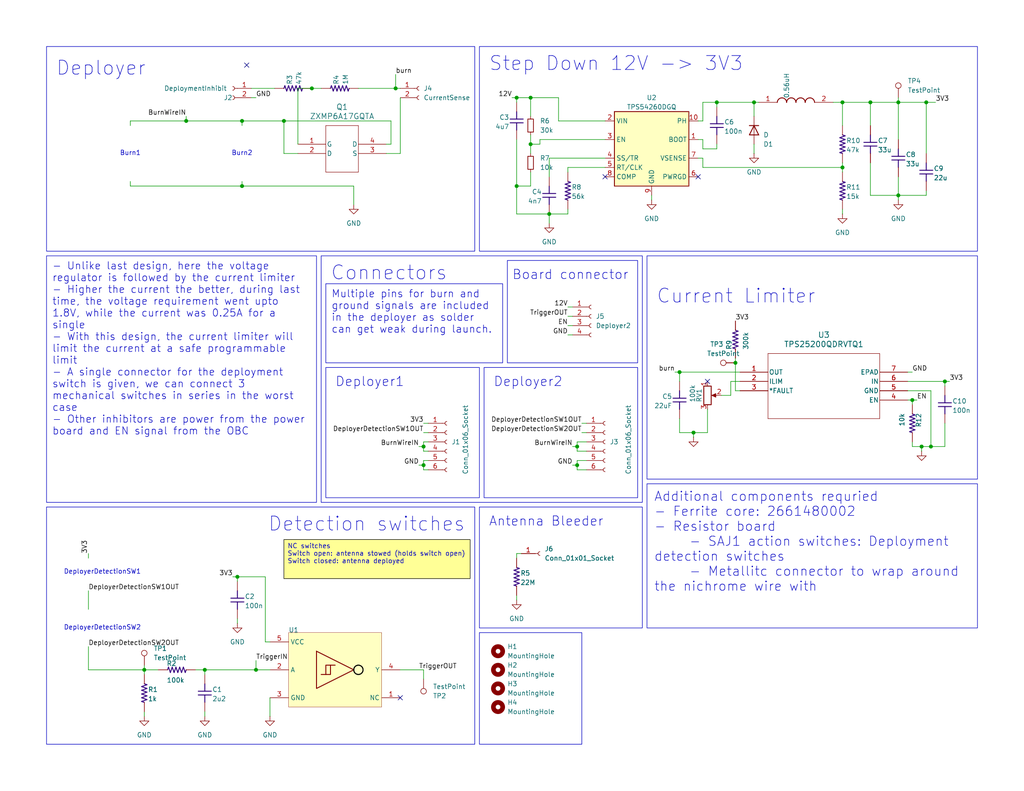
<source format=kicad_sch>
(kicad_sch (version 20231120) (generator "eeschema") (generator_version "8.0")
  (paper "USLetter")
  (title_block (title "Sanket") (date "2025-06-29") (rev "4.1") (company "Student Satellite Program"))
  (lib_symbols
    (symbol "Connector:Conn_01x01_Socket" (pin_names (offset 1.016) hide)
      (property "Reference" "J" (at 0 2.54 0))
      (property "Value" "Conn_01x01_Socket" (at 0 -2.54 0))
      (symbol "Conn_01x01_Socket_1_1"
        (polyline (pts (xy -1.27 0) (xy -0.508 0)) (stroke (width 0.1524)))
        (arc (start 0 0.508) (mid -0.5058 0) (end 0 -0.508) (stroke (width 0.1524)))
        (pin passive line (at -5.08 0 0) (length 3.81) (name "Pin_1") (number "1"))
      )
    )
    (symbol "Connector:Conn_01x02_Socket" (pin_names (offset 1.016) hide)
      (property "Reference" "J" (at 0 2.54 0))
      (property "Value" "Conn_01x02_Socket" (at 0 -5.08 0))
      (symbol "Conn_01x02_Socket_1_1"
        (arc (start 0 -2.032) (mid -0.5058 -2.54) (end 0 -3.048) (stroke (width 0.1524)))
        (polyline (pts (xy -1.27 -2.54) (xy -0.508 -2.54)) (stroke (width 0.1524)))
        (polyline (pts (xy -1.27 0) (xy -0.508 0)) (stroke (width 0.1524)))
        (arc (start 0 0.508) (mid -0.5058 0) (end 0 -0.508) (stroke (width 0.1524)))
        (pin passive line (at -5.08 0 0) (length 3.81) (name "Pin_1") (number "1"))
        (pin passive line (at -5.08 -2.54 0) (length 3.81) (name "Pin_2") (number "2"))
      )
    )
    (symbol "Connector:Conn_01x04_Socket" (pin_names (offset 1.016) hide)
      (property "Reference" "J" (at 0 5.08 0))
      (property "Value" "Conn_01x04_Socket" (at 0 -7.62 0))
      (symbol "Conn_01x04_Socket_1_1"
        (arc (start 0 -4.572) (mid -0.5058 -5.08) (end 0 -5.588) (stroke (width 0.1524)))
        (arc (start 0 -2.032) (mid -0.5058 -2.54) (end 0 -3.048) (stroke (width 0.1524)))
        (polyline (pts (xy -1.27 -5.08) (xy -0.508 -5.08)) (stroke (width 0.1524)))
        (polyline (pts (xy -1.27 -2.54) (xy -0.508 -2.54)) (stroke (width 0.1524)))
        (polyline (pts (xy -1.27 0) (xy -0.508 0)) (stroke (width 0.1524)))
        (polyline (pts (xy -1.27 2.54) (xy -0.508 2.54)) (stroke (width 0.1524)))
        (arc (start 0 0.508) (mid -0.5058 0) (end 0 -0.508) (stroke (width 0.1524)))
        (arc (start 0 3.048) (mid -0.5058 2.54) (end 0 2.032) (stroke (width 0.1524)))
        (pin passive line (at -5.08 2.54 0) (length 3.81) (name "Pin_1") (number "1"))
        (pin passive line (at -5.08 0 0) (length 3.81) (name "Pin_2") (number "2"))
        (pin passive line (at -5.08 -2.54 0) (length 3.81) (name "Pin_3") (number "3"))
        (pin passive line (at -5.08 -5.08 0) (length 3.81) (name "Pin_4") (number "4"))
      )
    )
    (symbol "Connector:Conn_01x06_Socket" (pin_names (offset 1.016) hide)
      (property "Reference" "J" (at 0 7.62 0))
      (property "Value" "Conn_01x06_Socket" (at 0 -10.16 0))
      (symbol "Conn_01x06_Socket_1_1"
        (arc (start 0 -7.112) (mid -0.5058 -7.62) (end 0 -8.128) (stroke (width 0.1524)))
        (arc (start 0 -4.572) (mid -0.5058 -5.08) (end 0 -5.588) (stroke (width 0.1524)))
        (arc (start 0 -2.032) (mid -0.5058 -2.54) (end 0 -3.048) (stroke (width 0.1524)))
        (polyline (pts (xy -1.27 -7.62) (xy -0.508 -7.62)) (stroke (width 0.1524)))
        (polyline (pts (xy -1.27 -5.08) (xy -0.508 -5.08)) (stroke (width 0.1524)))
        (polyline (pts (xy -1.27 -2.54) (xy -0.508 -2.54)) (stroke (width 0.1524)))
        (polyline (pts (xy -1.27 0) (xy -0.508 0)) (stroke (width 0.1524)))
        (polyline (pts (xy -1.27 2.54) (xy -0.508 2.54)) (stroke (width 0.1524)))
        (polyline (pts (xy -1.27 5.08) (xy -0.508 5.08)) (stroke (width 0.1524)))
        (arc (start 0 0.508) (mid -0.5058 0) (end 0 -0.508) (stroke (width 0.1524)))
        (arc (start 0 3.048) (mid -0.5058 2.54) (end 0 2.032) (stroke (width 0.1524)))
        (arc (start 0 5.588) (mid -0.5058 5.08) (end 0 4.572) (stroke (width 0.1524)))
        (pin passive line (at -5.08 5.08 0) (length 3.81) (name "Pin_1") (number "1"))
        (pin passive line (at -5.08 2.54 0) (length 3.81) (name "Pin_2") (number "2"))
        (pin passive line (at -5.08 0 0) (length 3.81) (name "Pin_3") (number "3"))
        (pin passive line (at -5.08 -2.54 0) (length 3.81) (name "Pin_4") (number "4"))
        (pin passive line (at -5.08 -5.08 0) (length 3.81) (name "Pin_5") (number "5"))
        (pin passive line (at -5.08 -7.62 0) (length 3.81) (name "Pin_6") (number "6"))
      )
    )
    (symbol "Connector:TestPoint" (pin_numbers hide) (pin_names (offset 0.762) hide)
      (property "Reference" "TP" (at 0 6.858 0))
      (property "Value" "TestPoint" (at 0 5.08 0))
      (symbol "TestPoint_0_1"
        (circle (center 0 3.302) (radius 0.762))
      )
      (symbol "TestPoint_1_1"
        (pin passive line (at 0 0 90) (length 2.54) (name "1") (number "1"))
      )
    )
    (symbol "Device:D" (pin_numbers hide) (pin_names (offset 1.016) hide)
      (property "Reference" "D" (at 0 2.54 0))
      (property "Value" "D" (at 0 -2.54 0))
      (symbol "D_0_1"
        (polyline (pts (xy -1.27 1.27) (xy -1.27 -1.27)) (stroke (width 0.254)))
        (polyline (pts (xy 1.27 0) (xy -1.27 0)))
        (polyline (pts (xy 1.27 1.27) (xy 1.27 -1.27) (xy -1.27 0) (xy 1.27 1.27)) (stroke (width 0.254)))
      )
      (symbol "D_1_1"
        (pin passive line (at -3.81 0 0) (length 2.54) (name "K") (number "1"))
        (pin passive line (at 3.81 0 180) (length 2.54) (name "A") (number "2"))
      )
    )
    (symbol "Device:R_Potentiometer" (pin_names (offset 1.016) hide)
      (property "Reference" "RV" (at -4.445 0 90))
      (property "Value" "R_Potentiometer" (at -2.54 0 90))
      (symbol "R_Potentiometer_0_1"
        (polyline (pts (xy 2.54 0) (xy 1.524 0)))
        (polyline (pts (xy 1.143 0) (xy 2.286 0.508) (xy 2.286 -0.508) (xy 1.143 0)) (fill (type outline)))
        (rectangle (start 1.016 2.54) (end -1.016 -2.54) (stroke (width 0.254)))
      )
      (symbol "R_Potentiometer_1_1"
        (pin passive line (at 0 3.81 270) (length 1.27) (name "1") (number "1"))
        (pin passive line (at 3.81 0 180) (length 1.27) (name "2") (number "2"))
        (pin passive line (at 0 -3.81 90) (length 1.27) (name "3") (number "3"))
      )
    )
    (symbol "Device:R_Small" (pin_numbers hide) (pin_names (offset 0.254) hide)
      (property "Reference" "R" (at 0.762 0.508 0))
      (property "Value" "R_Small" (at 0.762 -1.016 0))
      (symbol "R_Small_0_1"
        (rectangle (start -0.762 1.778) (end 0.762 -1.778) (stroke (width 0.2032)))
      )
      (symbol "R_Small_1_1"
        (pin passive line (at 0 2.54 270) (length 0.762) (name "~") (number "1"))
        (pin passive line (at 0 -2.54 90) (length 0.762) (name "~") (number "2"))
      )
    )
    (symbol "Mechanical:MountingHole" (pin_names (offset 1.016)) (exclude_from_sim yes) (in_bom no)
      (property "Reference" "H" (at 0 5.08 0))
      (property "Value" "MountingHole" (at 0 3.175 0))
      (symbol "MountingHole_0_1"
        (circle (center 0 0) (radius 1.27) (stroke (width 1.27)))
      )
    )
    (symbol "PMOS_ZXMP6A17:ZXMP6A17GQTA" (pin_names (offset 0.254))
      (property "Reference" "U" (at 22.86 10.16 0))
      (property "Value" "ZXMP6A17GQTA" (at 22.86 7.62 0))
      (symbol "ZXMP6A17GQTA_0_1"
        (polyline (pts (xy 29.21 -7.62) (xy 38.1 -7.62)) (stroke (width 0.127)))
        (polyline (pts (xy 29.21 5.08) (xy 29.21 -7.62)) (stroke (width 0.127)))
        (polyline (pts (xy 38.1 -7.62) (xy 38.1 5.08)) (stroke (width 0.127)))
        (polyline (pts (xy 38.1 5.08) (xy 29.21 5.08)) (stroke (width 0.127)))
        (pin unspecified line (at 21.59 0 0) (length 7.62) (name "G") (number "1"))
        (pin unspecified line (at 21.59 -2.54 0) (length 7.62) (name "D") (number "2"))
        (pin unspecified line (at 45.72 -2.54 180) (length 7.62) (name "S") (number "3"))
        (pin unspecified line (at 45.72 0 180) (length 7.62) (name "D") (number "4"))
      )
    )
    (symbol "Regulator_Switching:TPS54260DGQ"
      (property "Reference" "U" (at -10.16 11.43 0))
      (property "Value" "TPS54260DGQ" (at 1.27 -11.43 0))
      (symbol "TPS54260DGQ_0_1"
        (rectangle (start -10.16 10.16) (end 10.16 -10.16) (stroke (width 0.254)) (fill (type background)))
      )
      (symbol "TPS54260DGQ_1_1"
        (pin output line (at 12.7 2.54 180) (length 2.54) (name "BOOT") (number "1"))
        (pin output line (at 12.7 7.62 180) (length 2.54) (name "PH") (number "10"))
        (pin passive line (at 0 -12.7 90) (length 2.54) hide (name "GND") (number "11"))
        (pin power_in line (at -12.7 7.62 0) (length 2.54) (name "VIN") (number "2"))
        (pin input line (at -12.7 2.54 0) (length 2.54) (name "EN") (number "3"))
        (pin input line (at -12.7 -2.54 0) (length 2.54) (name "SS/TR") (number "4"))
        (pin input line (at -12.7 -5.08 0) (length 2.54) (name "RT/CLK") (number "5"))
        (pin open_collector line (at 12.7 -7.62 180) (length 2.54) (name "PWRGD") (number "6"))
        (pin input line (at 12.7 -2.54 180) (length 2.54) (name "VSENSE") (number "7"))
        (pin output line (at -12.7 -7.62 0) (length 2.54) (name "COMP") (number "8"))
        (pin power_in line (at 0 -12.7 90) (length 2.54) (name "GND") (number "9"))
      )
    )
    (symbol "SRP5030CA-R56M:SRP5030CA-R56M" (pin_names hide)
      (property "Reference" "L" (at 16.51 6.35 0))
      (property "Value" "SRP5030CA-R56M" (at 16.51 3.81 0))
      (symbol "SRP5030CA-R56M_1_1"
        (arc (start 7.62 0) (mid 6.35 1.219) (end 5.08 0) (stroke (width 0.254)))
        (arc (start 10.16 0) (mid 8.89 1.219) (end 7.62 0) (stroke (width 0.254)))
        (arc (start 12.7 0) (mid 11.43 1.219) (end 10.16 0) (stroke (width 0.254)))
        (arc (start 15.24 0) (mid 13.97 1.219) (end 12.7 0) (stroke (width 0.254)))
        (pin passive line (at 0 0 0) (length 5.08) (name "1") (number "1"))
        (pin passive line (at 20.32 0 180) (length 5.08) (name "2") (number "2"))
      )
    )
    (symbol "TPS25200:TPS25200QDRVTQ1" (pin_names (offset 0.254))
      (property "Reference" "U" (at 22.86 10.16 0))
      (property "Value" "TPS25200QDRVTQ1" (at 22.86 7.62 0))
      (symbol "TPS25200QDRVTQ1_0_1"
        (polyline (pts (xy 7.62 -12.7) (xy 38.1 -12.7)) (stroke (width 0.127)))
        (polyline (pts (xy 7.62 5.08) (xy 7.62 -12.7)) (stroke (width 0.127)))
        (polyline (pts (xy 38.1 -12.7) (xy 38.1 5.08)) (stroke (width 0.127)))
        (polyline (pts (xy 38.1 5.08) (xy 7.62 5.08)) (stroke (width 0.127)))
        (pin output line (at 0 0 0) (length 7.62) (name "OUT") (number "1"))
        (pin output line (at 0 -2.54 0) (length 7.62) (name "ILIM") (number "2"))
        (pin output line (at 0 -5.08 0) (length 7.62) (name "*FAULT") (number "3"))
        (pin input line (at 45.72 -7.62 180) (length 7.62) (name "EN") (number "4"))
        (pin power_in line (at 45.72 -5.08 180) (length 7.62) (name "GND") (number "5"))
        (pin input line (at 45.72 -2.54 180) (length 7.62) (name "IN") (number "6"))
        (pin unspecified line (at 45.72 0 180) (length 7.62) (name "EPAD") (number "7"))
      )
    )
    (symbol "power:GND" (power) (pin_numbers hide) (pin_names (offset 0) hide)
      (property "Value" "GND" (at 0 -3.81 0))
      (symbol "GND_0_1"
        (polyline (pts (xy 0 0) (xy 0 -1.27) (xy 1.27 -1.27) (xy 0 -2.54) (xy -1.27 -1.27) (xy 0 -1.27)))
      )
      (symbol "GND_1_1"
        (pin power_in line (at 0 0 270) (length 0) (name "~") (number "1"))
      )
    )
    (symbol "sanket 4.0-altium-import:root_0_IC-SN74LVC1G14QDCKRQ1"
      (symbol "root_0_IC-SN74LVC1G14QDCKRQ1_1_0"
        (polyline (pts (xy 13.97 8.89) (xy 16.51 8.89) (xy 16.51 11.43)) (stroke (width 0.254)))
        (polyline (pts (xy 15.24 8.89) (xy 15.24 11.43) (xy 17.78 11.43)) (stroke (width 0.254)))
        (polyline (pts (xy 12.7 15.24) (xy 12.7 5.08) (xy 22.86 10.16) (xy 12.7 15.24)) (stroke (width 0.254)))
        (circle (center 24.13 10.16) (radius 1.27) (stroke (width 0.254) (color 0 0 0 1)))
        (circle (center 24.13 10.16) (radius 1.27) (stroke (width 0.254) (color 0 0 0 1)))
        (rectangle (start 30.48 20.32) (end 5.08 0) (stroke (width 0.0254) (color 128 0 0 1)) (fill (type background)))
        (pin passive line (at 35.56 2.54 180) (length 5.08) (name "NC") (number "1"))
        (pin passive line (at 0 10.16 0) (length 5.08) (name "A") (number "2"))
        (pin passive line (at 0 2.54 0) (length 5.08) (name "GND") (number "3"))
        (pin passive line (at 35.56 10.16 180) (length 5.08) (name "Y") (number "4"))
        (pin passive line (at 0 17.78 0) (length 5.08) (name "VCC") (number "5"))
      )
    )
    (symbol "sanket 4.0-altium-import:root_0_RES-0R-JUMPER-0603"
      (symbol "root_0_RES-0R-JUMPER-0603_1_0"
        (polyline (pts (xy -2.54 0) (xy -2.286 0.762) (xy -1.778 -0.762) (xy -1.27 0.762) (xy -0.762 -0.762) (xy -0.254 0.762) (xy 0.254 -0.762) (xy 0.762 0.762) (xy 1.27 -0.762) (xy 1.778 0.762) (xy 2.286 -0.762) (xy 2.54 0)) (stroke (width 0.254) (color 48 0 123 1)))
        (pin passive line (at -5.08 0 0) (length 2.54) (name "") (number "1"))
        (pin passive line (at 5.08 0 180) (length 2.54) (name "") (number "2"))
      )
    )
    (symbol "sanket 4.0-altium-import:root_0_RES-100k-1%"
      (symbol "root_0_RES-100k-1%_1_0"
        (polyline (pts (xy -2.54 0) (xy -2.286 0.762) (xy -1.778 -0.762) (xy -1.27 0.762) (xy -0.762 -0.762) (xy -0.254 0.762) (xy 0.254 -0.762) (xy 0.762 0.762) (xy 1.27 -0.762) (xy 1.778 0.762) (xy 2.286 -0.762) (xy 2.54 0)) (stroke (width 0.254) (color 48 0 123 1)))
        (pin passive line (at -5.08 0 0) (length 2.54) (name "") (number "1"))
        (pin passive line (at 5.08 0 180) (length 2.54) (name "") (number "2"))
      )
    )
    (symbol "sanket 4.0-altium-import:root_1_CAP-CER-0.1u-16V"
      (symbol "root_1_CAP-CER-0.1u-16V_1_0"
        (polyline (pts (xy -1.778 0.508) (xy 1.778 0.508)) (stroke (width 0.254) (color 48 0 123 1)))
        (polyline (pts (xy 0 -2.54) (xy 0 -0.508)) (stroke (width 0.254) (color 48 0 123 1)))
        (polyline (pts (xy 0 0.508) (xy 0 2.54)) (stroke (width 0.254) (color 48 0 123 1)))
        (polyline (pts (xy 1.778 -0.508) (xy -1.778 -0.508)) (stroke (width 0.254) (color 48 0 123 1)))
        (pin passive line (at 0 -5.08 90) (length 2.54) (name "") (number "1"))
        (pin passive line (at 0 5.08 270) (length 2.54) (name "") (number "2"))
      )
    )
    (symbol "sanket 4.0-altium-import:root_1_CAP-CER-1u-16V"
      (symbol "root_1_CAP-CER-1u-16V_1_0"
        (polyline (pts (xy -1.778 0.508) (xy 1.778 0.508)) (stroke (width 0.254) (color 48 0 123 1)))
        (polyline (pts (xy 0 -2.54) (xy 0 -0.508)) (stroke (width 0.254) (color 48 0 123 1)))
        (polyline (pts (xy 0 0.508) (xy 0 2.54)) (stroke (width 0.254) (color 48 0 123 1)))
        (polyline (pts (xy 1.778 -0.508) (xy -1.778 -0.508)) (stroke (width 0.254) (color 48 0 123 1)))
        (pin passive line (at 0 -5.08 90) (length 2.54) (name "") (number "1"))
        (pin passive line (at 0 5.08 270) (length 2.54) (name "") (number "2"))
      )
    )
    (symbol "sanket 4.0-altium-import:root_1_CAP-CER-4.7u-10V"
      (symbol "root_1_CAP-CER-4.7u-10V_1_0"
        (polyline (pts (xy -1.778 0.508) (xy 1.778 0.508)) (stroke (width 0.254) (color 48 0 123 1)))
        (polyline (pts (xy 0 -2.54) (xy 0 -0.508)) (stroke (width 0.254) (color 48 0 123 1)))
        (polyline (pts (xy 0 0.508) (xy 0 2.54)) (stroke (width 0.254) (color 48 0 123 1)))
        (polyline (pts (xy 1.778 -0.508) (xy -1.778 -0.508)) (stroke (width 0.254) (color 48 0 123 1)))
        (pin passive line (at 0 -5.08 90) (length 2.54) (name "") (number "1"))
        (pin passive line (at 0 5.08 270) (length 2.54) (name "") (number "2"))
      )
    )
    (symbol "sanket 4.0-altium-import:root_1_RES-1k-1%"
      (symbol "root_1_RES-1k-1%_1_0"
        (polyline (pts (xy 0 -2.54) (xy -0.762 -2.286) (xy 0.762 -1.778) (xy -0.762 -1.27) (xy 0.762 -0.762) (xy -0.762 -0.254) (xy 0.762 0.254) (xy -0.762 0.762) (xy 0.762 1.27) (xy -0.762 1.778) (xy 0.762 2.286) (xy 0 2.54)) (stroke (width 0.254) (color 48 0 123 1)))
        (pin passive line (at 0 -5.08 90) (length 2.54) (name "") (number "1"))
        (pin passive line (at 0 5.08 270) (length 2.54) (name "") (number "2"))
      )
    )
    (symbol "sanket 4.0-altium-import:root_3_RES-10M-1%"
      (symbol "root_3_RES-10M-1%_1_0"
        (polyline (pts (xy 0 2.54) (xy 0.762 2.286) (xy -0.762 1.778) (xy 0.762 1.27) (xy -0.762 0.762) (xy 0.762 0.254) (xy -0.762 -0.254) (xy 0.762 -0.762) (xy -0.762 -1.27) (xy 0.762 -1.778) (xy -0.762 -2.286) (xy 0 -2.54)) (stroke (width 0.254) (color 48 0 123 1)))
        (pin passive line (at 0 5.08 270) (length 2.54) (name "") (number "1"))
        (pin passive line (at 0 -5.08 90) (length 2.54) (name "") (number "2"))
      )
    )
  )
  (junction (at 185.42 101.6))
  (junction (at 251.46 121.92))
  (junction (at 69.85 182.88))
  (junction (at 140.97 26.67))
  (junction (at 195.58 27.94))
  (junction (at 77.47 33.02))
  (junction (at 55.88 182.88))
  (junction (at 189.23 118.11))
  (junction (at 107.95 24.13))
  (junction (at 66.04 33.02))
  (junction (at 66.04 50.8))
  (junction (at 157.48 127))
  (junction (at 64.77 157.48))
  (junction (at 50.8 33.02))
  (junction (at 157.48 121.92))
  (junction (at 115.57 127))
  (junction (at 229.87 45.72))
  (junction (at 205.74 27.94))
  (junction (at 85.09 24.13))
  (junction (at 252.73 27.94))
  (junction (at 39.37 182.88))
  (junction (at 200.66 99.06))
  (junction (at 115.57 121.92))
  (junction (at 237.49 27.94))
  (junction (at 144.78 39.37))
  (junction (at 140.97 50.8))
  (junction (at 229.87 27.94))
  (junction (at 149.86 58.42))
  (junction (at 245.11 53.34))
  (junction (at 257.81 104.14))
  (junction (at 248.92 109.22))
  (junction (at 245.11 27.94))
  (junction (at 144.78 26.67))
  (junction (at 254 121.92))
  (no_connect (at 193.04 104.14))
  (no_connect (at 67.31 17.78))
  (no_connect (at 109.22 190.5))
  (no_connect (at 190.5 48.26))
  (no_connect (at 165.1 48.26))
  (wire (pts (xy 252.73 53.34) (xy 252.73 52.07)))
  (wire (pts (xy 185.42 101.6) (xy 185.42 104.14)))
  (wire (pts (xy 109.22 26.67) (xy 109.22 41.91)))
  (wire (pts (xy 156.21 83.82) (xy 154.94 83.82)))
  (wire (pts (xy 66.04 33.02) (xy 66.04 34.29)))
  (wire (pts (xy 115.57 121.92) (xy 114.3 121.92)))
  (wire (pts (xy 237.49 53.34) (xy 245.11 53.34)))
  (wire (pts (xy 140.97 26.67) (xy 144.78 26.67)))
  (wire (pts (xy 35.56 49.53) (xy 35.56 50.8)))
  (wire (pts (xy 191.77 43.18) (xy 190.5 43.18)))
  (wire (pts (xy 185.42 101.6) (xy 201.93 101.6)))
  (wire (pts (xy 140.97 151.13) (xy 142.24 151.13)))
  (wire (pts (xy 248.92 121.92) (xy 248.92 120.65)))
  (wire (pts (xy 147.32 38.1) (xy 147.32 39.37)))
  (wire (pts (xy 39.37 194.31) (xy 39.37 195.58)))
  (wire (pts (xy 144.78 39.37) (xy 144.78 41.91)))
  (wire (pts (xy 140.97 50.8) (xy 140.97 58.42)))
  (wire (pts (xy 53.34 182.88) (xy 55.88 182.88)))
  (wire (pts (xy 157.48 120.65) (xy 160.02 120.65)))
  (wire (pts (xy 251.46 121.92) (xy 251.46 123.19)))
  (wire (pts (xy 68.58 24.13) (xy 74.93 24.13)))
  (wire (pts (xy 50.8 33.02) (xy 66.04 33.02)))
  (wire (pts (xy 257.81 104.14) (xy 259.08 104.14)))
  (wire (pts (xy 237.49 44.45) (xy 237.49 53.34)))
  (wire (pts (xy 144.78 26.67) (xy 144.78 31.75)))
  (wire (pts (xy 24.13 151.13) (xy 24.13 152.4)))
  (wire (pts (xy 154.94 86.36) (xy 156.21 86.36)))
  (wire (pts (xy 66.04 49.53) (xy 66.04 50.8)))
  (wire (pts (xy 140.97 38.1) (xy 140.97 50.8)))
  (wire (pts (xy 147.32 39.37) (xy 144.78 39.37)))
  (wire (pts (xy 72.39 157.48) (xy 72.39 175.26)))
  (wire (pts (xy 190.5 38.1) (xy 191.77 38.1)))
  (wire (pts (xy 115.57 125.73) (xy 115.57 127)))
  (wire (pts (xy 154.94 45.72) (xy 165.1 45.72)))
  (wire (pts (xy 115.57 123.19) (xy 115.57 121.92)))
  (wire (pts (xy 195.58 27.94) (xy 205.74 27.94)))
  (wire (pts (xy 156.21 121.92) (xy 157.48 121.92)))
  (wire (pts (xy 160.02 115.57) (xy 158.75 115.57)))
  (wire (pts (xy 229.87 27.94) (xy 229.87 34.29)))
  (wire (pts (xy 64.77 157.48) (xy 64.77 158.75)))
  (wire (pts (xy 185.42 118.11) (xy 189.23 118.11)))
  (wire (pts (xy 248.92 109.22) (xy 250.19 109.22)))
  (wire (pts (xy 109.22 41.91) (xy 105.41 41.91)))
  (wire (pts (xy 184.15 101.6) (xy 185.42 101.6)))
  (wire (pts (xy 64.77 168.91) (xy 64.77 170.18)))
  (wire (pts (xy 115.57 121.92) (xy 115.57 120.65)))
  (wire (pts (xy 196.85 107.95) (xy 199.39 107.95)))
  (wire (pts (xy 115.57 128.27) (xy 116.84 128.27)))
  (wire (pts (xy 205.74 27.94) (xy 207.01 27.94)))
  (wire (pts (xy 189.23 118.11) (xy 193.04 118.11)))
  (wire (pts (xy 205.74 27.94) (xy 205.74 31.75)))
  (wire (pts (xy 237.49 27.94) (xy 245.11 27.94)))
  (wire (pts (xy 237.49 27.94) (xy 237.49 34.29)))
  (wire (pts (xy 24.13 161.29) (xy 24.13 166.37)))
  (wire (pts (xy 140.97 58.42) (xy 149.86 58.42)))
  (wire (pts (xy 106.68 39.37) (xy 105.41 39.37)))
  (wire (pts (xy 115.57 185.42) (xy 115.57 182.88)))
  (wire (pts (xy 81.28 24.13) (xy 85.09 24.13)))
  (wire (pts (xy 140.97 151.13) (xy 140.97 152.4)))
  (wire (pts (xy 200.66 99.06) (xy 200.66 106.68)))
  (wire (pts (xy 144.78 36.83) (xy 144.78 39.37)))
  (wire (pts (xy 229.87 45.72) (xy 191.77 45.72)))
  (wire (pts (xy 247.65 101.6) (xy 248.92 101.6)))
  (wire (pts (xy 245.11 53.34) (xy 252.73 53.34)))
  (wire (pts (xy 252.73 27.94) (xy 255.27 27.94)))
  (wire (pts (xy 185.42 114.3) (xy 185.42 118.11)))
  (wire (pts (xy 116.84 118.11) (xy 115.57 118.11)))
  (wire (pts (xy 157.48 125.73) (xy 160.02 125.73)))
  (wire (pts (xy 157.48 123.19) (xy 160.02 123.19)))
  (wire (pts (xy 200.66 97.79) (xy 200.66 99.06)))
  (wire (pts (xy 72.39 175.26) (xy 73.66 175.26)))
  (wire (pts (xy 245.11 48.26) (xy 245.11 53.34)))
  (wire (pts (xy 199.39 107.95) (xy 199.39 104.14)))
  (wire (pts (xy 149.86 43.18) (xy 165.1 43.18)))
  (wire (pts (xy 39.37 181.61) (xy 39.37 182.88)))
  (wire (pts (xy 229.87 45.72) (xy 229.87 46.99)))
  (wire (pts (xy 149.86 58.42) (xy 149.86 60.96)))
  (wire (pts (xy 156.21 91.44) (xy 154.94 91.44)))
  (wire (pts (xy 55.88 182.88) (xy 55.88 184.15)))
  (wire (pts (xy 158.75 118.11) (xy 160.02 118.11)))
  (wire (pts (xy 157.48 125.73) (xy 157.48 127)))
  (wire (pts (xy 191.77 45.72) (xy 191.77 43.18)))
  (wire (pts (xy 191.77 33.02) (xy 191.77 27.94)))
  (wire (pts (xy 252.73 27.94) (xy 252.73 41.91)))
  (wire (pts (xy 247.65 106.68) (xy 254 106.68)))
  (wire (pts (xy 66.04 50.8) (xy 96.52 50.8)))
  (wire (pts (xy 85.09 24.13) (xy 87.63 24.13)))
  (wire (pts (xy 77.47 33.02) (xy 77.47 41.91)))
  (wire (pts (xy 254 106.68) (xy 254 121.92)))
  (wire (pts (xy 35.56 50.8) (xy 66.04 50.8)))
  (wire (pts (xy 66.04 33.02) (xy 77.47 33.02)))
  (wire (pts (xy 69.85 182.88) (xy 73.66 182.88)))
  (wire (pts (xy 24.13 182.88) (xy 39.37 182.88)))
  (wire (pts (xy 39.37 182.88) (xy 43.18 182.88)))
  (wire (pts (xy 191.77 40.64) (xy 195.58 40.64)))
  (wire (pts (xy 139.7 26.67) (xy 140.97 26.67)))
  (wire (pts (xy 115.57 128.27) (xy 115.57 127)))
  (wire (pts (xy 251.46 121.92) (xy 248.92 121.92)))
  (wire (pts (xy 165.1 38.1) (xy 147.32 38.1)))
  (wire (pts (xy 69.85 180.34) (xy 69.85 182.88)))
  (wire (pts (xy 55.88 194.31) (xy 55.88 195.58)))
  (wire (pts (xy 245.11 38.1) (xy 245.11 27.94)))
  (wire (pts (xy 115.57 120.65) (xy 116.84 120.65)))
  (wire (pts (xy 157.48 121.92) (xy 157.48 123.19)))
  (wire (pts (xy 165.1 33.02) (xy 152.4 33.02)))
  (wire (pts (xy 24.13 176.53) (xy 24.13 182.88)))
  (wire (pts (xy 154.94 45.72) (xy 154.94 46.99)))
  (wire (pts (xy 193.04 111.76) (xy 193.04 118.11)))
  (wire (pts (xy 156.21 127) (xy 157.48 127)))
  (wire (pts (xy 55.88 182.88) (xy 69.85 182.88)))
  (wire (pts (xy 35.56 33.02) (xy 50.8 33.02)))
  (wire (pts (xy 157.48 120.65) (xy 157.48 121.92)))
  (wire (pts (xy 205.74 39.37) (xy 205.74 41.91)))
  (wire (pts (xy 199.39 104.14) (xy 201.93 104.14)))
  (wire (pts (xy 257.81 121.92) (xy 254 121.92)))
  (wire (pts (xy 81.28 24.13) (xy 81.28 39.37)))
  (wire (pts (xy 189.23 118.11) (xy 189.23 119.38)))
  (wire (pts (xy 191.77 27.94) (xy 195.58 27.94)))
  (wire (pts (xy 191.77 40.64) (xy 191.77 38.1)))
  (wire (pts (xy 149.86 48.26) (xy 149.86 43.18)))
  (wire (pts (xy 195.58 40.64) (xy 195.58 39.37)))
  (wire (pts (xy 257.81 115.57) (xy 257.81 121.92)))
  (wire (pts (xy 50.8 31.75) (xy 50.8 33.02)))
  (wire (pts (xy 39.37 182.88) (xy 39.37 184.15)))
  (wire (pts (xy 245.11 27.94) (xy 252.73 27.94)))
  (wire (pts (xy 63.5 157.48) (xy 64.77 157.48)))
  (wire (pts (xy 107.95 20.32) (xy 107.95 24.13)))
  (wire (pts (xy 245.11 26.67) (xy 245.11 27.94)))
  (wire (pts (xy 109.22 182.88) (xy 115.57 182.88)))
  (wire (pts (xy 248.92 110.49) (xy 248.92 109.22)))
  (wire (pts (xy 247.65 104.14) (xy 257.81 104.14)))
  (wire (pts (xy 140.97 50.8) (xy 144.78 50.8)))
  (wire (pts (xy 157.48 127) (xy 157.48 128.27)))
  (wire (pts (xy 144.78 50.8) (xy 144.78 46.99)))
  (wire (pts (xy 229.87 57.15) (xy 229.87 58.42)))
  (wire (pts (xy 81.28 41.91) (xy 77.47 41.91)))
  (wire (pts (xy 149.86 58.42) (xy 154.94 58.42)))
  (wire (pts (xy 257.81 104.14) (xy 257.81 105.41)))
  (wire (pts (xy 177.8 53.34) (xy 177.8 54.61)))
  (wire (pts (xy 195.58 27.94) (xy 195.58 29.21)))
  (wire (pts (xy 140.97 26.67) (xy 140.97 27.94)))
  (wire (pts (xy 116.84 115.57) (xy 115.57 115.57)))
  (wire (pts (xy 245.11 53.34) (xy 245.11 54.61)))
  (wire (pts (xy 77.47 33.02) (xy 106.68 33.02)))
  (wire (pts (xy 154.94 88.9) (xy 156.21 88.9)))
  (wire (pts (xy 254 121.92) (xy 251.46 121.92)))
  (wire (pts (xy 154.94 58.42) (xy 154.94 57.15)))
  (wire (pts (xy 96.52 50.8) (xy 96.52 55.88)))
  (wire (pts (xy 227.33 27.94) (xy 229.87 27.94)))
  (wire (pts (xy 248.92 109.22) (xy 247.65 109.22)))
  (wire (pts (xy 64.77 157.48) (xy 72.39 157.48)))
  (wire (pts (xy 73.66 195.58) (xy 73.66 190.5)))
  (wire (pts (xy 229.87 27.94) (xy 237.49 27.94)))
  (wire (pts (xy 144.78 26.67) (xy 152.4 26.67)))
  (wire (pts (xy 107.95 24.13) (xy 97.79 24.13)))
  (wire (pts (xy 116.84 123.19) (xy 115.57 123.19)))
  (wire (pts (xy 35.56 33.02) (xy 35.56 34.29)))
  (wire (pts (xy 190.5 33.02) (xy 191.77 33.02)))
  (wire (pts (xy 229.87 44.45) (xy 229.87 45.72)))
  (wire (pts (xy 140.97 162.56) (xy 140.97 163.83)))
  (wire (pts (xy 106.68 39.37) (xy 106.68 33.02)))
  (wire (pts (xy 68.58 26.67) (xy 69.85 26.67)))
  (wire (pts (xy 157.48 128.27) (xy 160.02 128.27)))
  (wire (pts (xy 109.22 24.13) (xy 107.95 24.13)))
  (wire (pts (xy 115.57 127) (xy 114.3 127)))
  (wire (pts (xy 200.66 106.68) (xy 201.93 106.68)))
  (wire (pts (xy 116.84 125.73) (xy 115.57 125.73)))
  (wire (pts (xy 152.4 33.02) (xy 152.4 26.67)))
  (rectangle (start 138.43 71.12) (end 173.99 99.06))
  (rectangle (start 130.81 12.7) (end 266.7 68.58))
  (rectangle (start 176.53 69.85) (end 266.7 130.81))
  (rectangle (start 12.7 12.7) (end 129.54 68.58))
  (rectangle (start 132.08 100.33) (end 173.99 135.89))
  (rectangle (start 88.9 100.33) (end 130.81 135.89))
  (rectangle (start 130.81 172.72) (end 158.75 203.2))
  (rectangle (start 87.63 69.85) (end 175.26 137.16))
  (rectangle (start 130.81 138.43) (end 175.26 171.45))
  (rectangle (start 12.7 138.43) (end 129.54 203.2))
  (text_box "Multiple pins for burn and ground signals are included in the deployer as solder can get weak during launch." (at 88.9 77.47 0) (size 48.26 21.59) (effects (font (size 2 2)) (justify left top)))
  (text_box "NC switches\nSwitch open: antenna stowed (holds switch open)\nSwitch closed: antenna deployed" (at 77.47 147.32 0) (size 50.8 10.668) (stroke (width 0) (color 0 0 0 1)) (fill (type color) (color 255 255 150 1)) (effects (font (size 1.27 1.27)) (justify left top)))
  (text_box "- Unlike last design, here the voltage regulator is followed by the current limiter\n- Higher the current the better, during last time, the voltage requirement went upto 1.8V, while the current was 0.25A for a single\n- With this design, the current limiter will limit the current at a safe programmable limit\n- A single connector for the deployment switch is given, we can connect 3 mechanical switches in series in the worst case\n- Other inhibitors are power from the power board and EN signal from the OBC" (at 12.7 69.85 0) (size 73.66 67.31) (effects (font (size 2 2)) (justify left top)))
  (text_box "Additional components requried\n- Ferrite core: 2661480002\n- Resistor board\n	- SAJ1 action switches: Deployment detection switches\n	- Metallitc connector to wrap around the nichrome wire with" (at 176.53 132.08 0) (size 90.17 39.37) (effects (font (size 2.54 2.54)) (justify left top)))
  (text "Step Down 12V -> 3V3" (at 133.35 15.24 0) (effects (font (size 3.81 3.81)) (justify left top)))
  (text "Detection switches" (at 127 140.97 0) (effects (font (size 3.81 3.81)) (justify right top)))
  (text "Connectors" (at 90.17 72.39 0) (effects (font (size 3.81 3.81)) (justify left top)))
  (text "Board connector" (at 139.7 73.66 0) (effects (font (size 2.54 2.54)) (justify left top)))
  (text "Deployer" (at 15.24 16.51 0) (effects (font (size 3.81 3.81)) (justify left top)))
  (text "Burn2" (at 66.04 41.91 0) (effects (font (size 1.27 1.27))))
  (text "Burn1" (at 35.56 41.91 0) (effects (font (size 1.27 1.27))))
  (text "DeployerDetectionSW1" (at 27.94 156.21 0) (effects (font (size 1.27 1.27))))
  (text "Deployer2" (at 134.62 102.87 0) (effects (font (size 2.54 2.54)) (justify left top)))
  (text "Current Limiter" (at 179.07 78.74 0) (effects (font (size 3.81 3.81)) (justify left top)))
  (text "Deployer1" (at 91.44 102.87 0) (effects (font (size 2.54 2.54)) (justify left top)))
  (text "DeployerDetectionSW2" (at 27.94 171.45 0) (effects (font (size 1.27 1.27))))
  (text "Antenna Bleeder" (at 133.35 140.97 0) (effects (font (size 2.54 2.54)) (justify left top)))
  (label "3V3" (at 255.27 27.94 0))
  (label "3V3" (at 63.5 157.48 180))
  (label "DeployerDetectionSW1OUT" (at 24.13 161.29 0))
  (label "TriggerOUT" (at 114.3 182.88 0))
  (label "3V3" (at 259.08 104.14 0))
  (label "GND" (at 248.92 101.6 0))
  (label "BurnWireIN" (at 114.3 121.92 180))
  (label "TriggerOUT" (at 154.94 86.36 180))
  (label "GND" (at 156.21 127 180))
  (label "EN" (at 154.94 88.9 180))
  (label "BurnWireIN" (at 50.8 31.75 180))
  (label "12V" (at 154.94 83.82 180))
  (label "TriggerIN" (at 69.85 180.34 0))
  (label "EN" (at 250.19 109.22 0))
  (label "GND" (at 114.3 127 180))
  (label "3V3" (at 115.57 115.57 180))
  (label "DeployerDetectionSW1OUT" (at 158.75 115.57 180))
  (label "BurnWireIN" (at 156.21 121.92 180))
  (label "DeployerDetectionSW2OUT" (at 24.13 176.53 0))
  (label "3V3" (at 24.13 151.13 90))
  (label "GND" (at 154.94 91.44 180))
  (label "DeployerDetectionSW2OUT" (at 158.75 118.11 180))
  (label "burn" (at 184.15 101.6 180))
  (label "DeployerDetectionSW1OUT" (at 115.57 118.11 180))
  (label "GND" (at 69.85 26.67 0))
  (label "burn" (at 107.95 20.32 0))
  (label "12V" (at 139.7 26.67 180))
  (label "3V3" (at 200.66 87.63 0))
  (symbol (lib_id "Connector:TestPoint") (at 39.37 181.61 0) (unit 1)
    (property "Reference" "TP1" (at 41.91 177.0379 0) (effects (justify left)))
    (property "Value" "TestPoint" (at 41.91 179.5779 0) (effects (justify left)))
    (property "Footprint" "TestPoint:TestPoint_THTPad_1.0x1.0mm_Drill0.5mm" (effects (hide yes)))
    (property "Description" "test point" (effects (hide yes)))
  )
  (symbol (lib_id "Connector:Conn_01x02_Socket") (at 63.5 24.13 0) (mirror y) (unit 1)
    (property "Reference" "J2" (at 62.23 26.67 0))
    (property "Value" "DeploymentInhibit" (at 53.34 24.13 0))
    (property "Footprint" "Connector_PinHeader_2.54mm:PinHeader_1x02_P2.54mm_Vertical" (effects (hide yes)))
    (property "Description" "Generic connector, single row, 01x02, script generated" (effects (hide yes)))
  )
  (symbol (lib_id "power:GND") (at 177.8 54.61 0) (unit 1)
    (property "Reference" "#PWR09" (effects (hide yes)))
    (property "Value" "GND" (at 177.8 59.69 0))
    (property "Description" "Power symbol creates a global label with name \"GND\" , ground" (effects (hide yes)))
  )
  (symbol (lib_id "Connector:Conn_01x06_Socket") (at 121.92 120.65 0) (unit 1)
    (property "Reference" "J1" (at 123.19 120.6499 0) (effects (justify left)))
    (property "Value" "Conn_01x06_Socket" (at 127 129.54 90) (effects (justify left)))
    (property "Footprint" "Connector_PinHeader_2.54mm:PinHeader_1x06_P2.54mm_Vertical" (effects (hide yes)))
    (property "Description" "Generic connector, single row, 01x06, script generated" (effects (hide yes)))
  )
  (symbol (lib_id "Mechanical:MountingHole") (at 135.89 182.88 0) (unit 1) (exclude_from_sim yes) (in_bom no)
    (property "Reference" "H2" (at 138.43 181.6099 0) (effects (justify left)))
    (property "Value" "MountingHole" (at 138.43 184.1499 0) (effects (justify left)))
    (property "Footprint" "MountingHole:MountingHole_3.2mm_M3" (effects (hide yes)))
    (property "Description" "Mounting Hole without connection" (effects (hide yes)))
  )
  (symbol (lib_id "sanket 4.0-altium-import:root_3_RES-10M-1%") (at 154.94 52.07 0) (unit 1)
    (property "Reference" "R8" (at 155.956 51.816 0) (effects (justify left bottom)))
    (property "Value" "56k" (at 155.956 54.356 0) (effects (justify left bottom)))
    (property "Footprint" "Capacitor_SMD:C_0805_2012Metric" (effects (hide yes)))
    (property "SUPPLIER PART NUMBER 1" "311-10.0MHRCT-ND" (effects (hide yes)))
  )
  (symbol (lib_id "power:GND") (at 140.97 163.83 0) (unit 1)
    (property "Reference" "#PWR06" (effects (hide yes)))
    (property "Value" "GND" (at 140.97 168.91 0))
    (property "Description" "Power symbol creates a global label with name \"GND\" , ground" (effects (hide yes)))
  )
  (symbol (lib_id "sanket 4.0-altium-import:root_3_RES-10M-1%") (at 80.01 24.13 90) (unit 1)
    (property "Reference" "R3" (at 79.756 23.114 0) (effects (justify left bottom)))
    (property "Value" "47k" (at 82.296 23.114 0) (effects (justify left bottom)))
    (property "Footprint" "Capacitor_SMD:C_0805_2012Metric" (effects (hide yes)))
    (property "SUPPLIER PART NUMBER 1" "311-10.0MHRCT-ND" (effects (hide yes)))
  )
  (symbol (lib_id "Mechanical:MountingHole") (at 135.89 193.04 0) (unit 1) (exclude_from_sim yes) (in_bom no)
    (property "Reference" "H4" (at 138.43 191.7699 0) (effects (justify left)))
    (property "Value" "MountingHole" (at 138.43 194.3099 0) (effects (justify left)))
    (property "Footprint" "MountingHole:MountingHole_3.2mm_M3" (effects (hide yes)))
    (property "Description" "Mounting Hole without connection" (effects (hide yes)))
  )
  (symbol (lib_id "sanket 4.0-altium-import:root_1_RES-1k-1%") (at 39.37 189.23 0) (unit 1)
    (property "Reference" "R1" (at 40.386 188.976 0) (effects (justify left bottom)))
    (property "Value" "1k" (at 40.386 191.516 0) (effects (justify left bottom)))
    (property "Footprint" "Resistor_SMD:R_0805_2012Metric" (effects (hide yes)))
    (property "SUPPLIER PART NUMBER 1" "P1.00KHCT-ND" (effects (hide yes)))
  )
  (symbol (lib_id "power:GND") (at 149.86 60.96 0) (unit 1)
    (property "Reference" "#PWR08" (effects (hide yes)))
    (property "Value" "GND" (at 149.86 66.04 0))
    (property "Description" "Power symbol creates a global label with name \"GND\" , ground" (effects (hide yes)))
  )
  (symbol (lib_id "sanket 4.0-altium-import:root_1_CAP-CER-4.7u-10V") (at 245.11 43.18 0) (unit 1)
    (property "Reference" "C8" (at 247.142 42.926 0) (effects (justify left bottom)))
    (property "Value" "33u" (at 247.142 45.466 0) (effects (justify left bottom)))
    (property "Footprint" "Capacitor_SMD:C_1206_3216Metric" (effects (hide yes)))
    (property "Description" "±10% 10V Ceramic Capacitor X5R 0603 (1608 Metric)" (effects (hide yes)))
    (property "MANUFACTURER" "KEMET" (effects (hide yes)))
    (property "MANUFACTURER PART NUMBER" "C0603C475K8PACTU" (effects (hide yes)))
    (property "SUPPLIER 1" "Digi-Key" (effects (hide yes)))
    (property "SUPPLIER PART NUMBER 1" "399-5503-1-ND" (effects (hide yes)))
    (property "COMPONENTLINK1DESCRIPTION" "Datasheet" (effects (hide yes)))
    (property "COMPONENTLINK1URL" "https://www.kemet.com/en/us/capacitors/ceramic/product/C0603C475K8PACTU.html" (effects (hide yes)))
  )
  (symbol (lib_id "Device:R_Small") (at 144.78 44.45 0) (unit 1)
    (property "Reference" "R7" (at 147.32 43.1799 0) (effects (justify left)))
    (property "Value" "10k" (at 147.32 45.7199 0) (effects (justify left)))
    (property "Footprint" "Capacitor_SMD:C_0805_2012Metric" (effects (hide yes)))
    (property "Description" "Resistor, small symbol" (effects (hide yes)))
  )
  (symbol (lib_id "sanket 4.0-altium-import:root_3_RES-10M-1%") (at 229.87 52.07 0) (unit 1)
    (property "Reference" "R11" (at 230.886 51.816 0) (effects (justify left bottom)))
    (property "Value" "15k" (at 230.886 54.356 0) (effects (justify left bottom)))
    (property "Footprint" "Capacitor_SMD:C_0805_2012Metric" (effects (hide yes)))
    (property "SUPPLIER PART NUMBER 1" "311-10.0MHRCT-ND" (effects (hide yes)))
  )
  (symbol (lib_id "power:GND") (at 96.52 55.88 0) (unit 1)
    (property "Reference" "#PWR05" (effects (hide yes)))
    (property "Value" "GND" (at 96.52 60.96 0))
    (property "Description" "Power symbol creates a global label with name \"GND\" , ground" (effects (hide yes)))
  )
  (symbol (lib_id "power:GND") (at 229.87 58.42 0) (unit 1)
    (property "Reference" "#PWR012" (effects (hide yes)))
    (property "Value" "GND" (at 229.87 63.5 0))
    (property "Description" "Power symbol creates a global label with name \"GND\" , ground" (effects (hide yes)))
  )
  (symbol (lib_id "power:GND") (at 245.11 54.61 0) (unit 1)
    (property "Reference" "#PWR013" (effects (hide yes)))
    (property "Value" "GND" (at 245.11 59.69 0))
    (property "Description" "Power symbol creates a global label with name \"GND\" , ground" (effects (hide yes)))
  )
  (symbol (lib_id "Connector:Conn_01x01_Socket") (at 147.32 151.13 0) (unit 1)
    (property "Reference" "J6" (at 148.59 149.8599 0) (effects (justify left)))
    (property "Value" "Conn_01x01_Socket" (at 148.59 152.3999 0) (effects (justify left)))
    (property "Footprint" "Connector_PinSocket_2.54mm:PinSocket_1x01_P2.54mm_Vertical" (effects (hide yes)))
    (property "Description" "Generic connector, single row, 01x01, script generated" (effects (hide yes)))
  )
  (symbol (lib_id "power:GND") (at 64.77 170.18 0) (unit 1)
    (property "Reference" "#PWR03" (effects (hide yes)))
    (property "Value" "GND" (at 64.77 175.26 0))
    (property "Description" "Power symbol creates a global label with name \"GND\" , ground" (effects (hide yes)))
  )
  (symbol (lib_id "Connector:TestPoint") (at 115.57 185.42 0) (mirror x) (unit 1)
    (property "Reference" "TP2" (at 118.11 189.9921 0) (effects (justify left)))
    (property "Value" "TestPoint" (at 118.11 187.4521 0) (effects (justify left)))
    (property "Footprint" "TestPoint:TestPoint_THTPad_1.0x1.0mm_Drill0.5mm" (effects (hide yes)))
    (property "Description" "test point" (effects (hide yes)))
  )
  (symbol (lib_id "sanket 4.0-altium-import:root_1_CAP-CER-0.1u-16V") (at 64.77 163.83 0) (unit 1)
    (property "Reference" "C2" (at 66.802 163.576 0) (effects (justify left bottom)))
    (property "Value" "100n" (at 66.802 166.116 0) (effects (justify left bottom)))
    (property "Footprint" "Capacitor_SMD:C_0805_2012Metric" (effects (hide yes)))
    (property "SUPPLIER PART NUMBER 1" "399-17393-1-ND" (effects (hide yes)))
  )
  (symbol (lib_id "sanket 4.0-altium-import:root_0_RES-100k-1%") (at 48.26 182.88 0) (unit 1)
    (property "Reference" "R2" (at 45.466 181.864 0) (effects (justify left bottom)))
    (property "Value" "100k" (at 45.466 186.436 0) (effects (justify left bottom)))
    (property "Footprint" "Resistor_SMD:R_0805_2012Metric" (effects (hide yes)))
    (property "MANUFACTURER PART NUMBER" "ERJ3EKF1003V" (effects (hide yes)))
  )
  (symbol (lib_id "Connector:TestPoint") (at 245.11 26.67 0) (unit 1)
    (property "Reference" "TP4" (at 247.65 22.0979 0) (effects (justify left)))
    (property "Value" "TestPoint" (at 247.65 24.6379 0) (effects (justify left)))
    (property "Footprint" "TestPoint:TestPoint_THTPad_1.0x1.0mm_Drill0.5mm" (effects (hide yes)))
    (property "Description" "test point" (effects (hide yes)))
  )
  (symbol (lib_id "sanket 4.0-altium-import:root_1_CAP-CER-4.7u-10V") (at 149.86 53.34 0) (mirror y) (unit 1)
    (property "Reference" "C4" (at 147.828 53.086 0) (effects (justify left bottom)))
    (property "Value" "4n7" (at 147.828 55.626 0) (effects (justify left bottom)))
    (property "Footprint" "Capacitor_SMD:C_0805_2012Metric" (effects (hide yes)))
    (property "Description" "±10% 10V Ceramic Capacitor X5R 0603 (1608 Metric)" (effects (hide yes)))
    (property "MANUFACTURER" "KEMET" (effects (hide yes)))
    (property "MANUFACTURER PART NUMBER" "C0603C475K8PACTU" (effects (hide yes)))
    (property "SUPPLIER 1" "Digi-Key" (effects (hide yes)))
    (property "SUPPLIER PART NUMBER 1" "399-5503-1-ND" (effects (hide yes)))
    (property "COMPONENTLINK1DESCRIPTION" "Datasheet" (effects (hide yes)))
    (property "COMPONENTLINK1URL" "https://www.kemet.com/en/us/capacitors/ceramic/product/C0603C475K8PACTU.html" (effects (hide yes)))
  )
  (symbol (lib_id "Device:R_Potentiometer") (at 193.04 107.95 0) (unit 1)
    (property "Reference" "RV1" (at 190.754 107.95 90))
    (property "Value" "100k" (at 188.976 107.442 90))
    (property "Footprint" "Potentiometer_SMD:Potentiometer_Bourns_3314G_Vertical" (effects (hide yes)))
    (property "Description" "Potentiometer" (effects (hide yes)))
  )
  (symbol (lib_id "Connector:Conn_01x04_Socket") (at 161.29 86.36 0) (unit 1)
    (property "Reference" "J5" (at 162.56 86.3599 0) (effects (justify left)))
    (property "Value" "Deployer2" (at 162.56 88.8999 0) (effects (justify left)))
    (property "Footprint" "Connector_PinHeader_2.54mm:PinHeader_1x04_P2.54mm_Vertical" (effects (hide yes)))
    (property "Description" "Generic connector, single row, 01x04, script generated" (effects (hide yes)))
  )
  (symbol (lib_id "Mechanical:MountingHole") (at 135.89 177.8 0) (unit 1) (exclude_from_sim yes) (in_bom no)
    (property "Reference" "H1" (at 138.43 176.5299 0) (effects (justify left)))
    (property "Value" "MountingHole" (at 138.43 179.0699 0) (effects (justify left)))
    (property "Footprint" "MountingHole:MountingHole_3.2mm_M3" (effects (hide yes)))
    (property "Description" "Mounting Hole without connection" (effects (hide yes)))
  )
  (symbol (lib_id "TPS25200:TPS25200QDRVTQ1") (at 201.93 101.6 0) (unit 1)
    (property "Reference" "U3" (at 224.79 91.44 0) (effects (font (size 1.524 1.524))))
    (property "Value" "TPS25200QDRVTQ1" (at 224.79 93.98 0) (effects (font (size 1.524 1.524))))
    (property "Footprint" "Package_SON:WSON-6-1EP_2x2mm_P0.65mm_EP1x1.6mm" (effects (hide yes)))
    (property "Datasheet" "TPS25200QDRVTQ1" (effects (hide yes)))
  )
  (symbol (lib_id "Regulator_Switching:TPS54260DGQ") (at 177.8 40.64 0) (unit 1)
    (property "Reference" "U2" (at 177.8 26.67 0))
    (property "Value" "TPS54260DGQ" (at 177.8 29.21 0))
    (property "Footprint" "Package_SO:HVSSOP-10-1EP_3x3mm_P0.5mm_EP1.57x1.88mm" (effects (hide yes)))
    (property "Datasheet" "https://www.ti.com/lit/ds/symlink/tps54260.pdf" (effects (hide yes)))
    (property "Description" "2.5A, Step Down DC-DC Converter with Eco-mode, 3.5-60V Input Voltage, MSOP-10" (effects (hide yes)))
  )
  (symbol (lib_id "power:GND") (at 73.66 195.58 0) (unit 1)
    (property "Reference" "#PWR04" (effects (hide yes)))
    (property "Value" "GND" (at 73.66 200.66 0))
    (property "Description" "Power symbol creates a global label with name \"GND\" , ground" (effects (hide yes)))
  )
  (symbol (lib_id "sanket 4.0-altium-import:root_1_CAP-CER-4.7u-10V") (at 140.97 33.02 0) (mirror y) (unit 1)
    (property "Reference" "C3" (at 138.938 32.766 0) (effects (justify left bottom)))
    (property "Value" "4u7" (at 138.938 35.306 0) (effects (justify left bottom)))
    (property "Footprint" "Capacitor_SMD:C_0805_2012Metric" (effects (hide yes)))
    (property "Description" "±10% 10V Ceramic Capacitor X5R 0603 (1608 Metric)" (effects (hide yes)))
    (property "MANUFACTURER" "KEMET" (effects (hide yes)))
    (property "MANUFACTURER PART NUMBER" "C0603C475K8PACTU" (effects (hide yes)))
    (property "SUPPLIER 1" "Digi-Key" (effects (hide yes)))
    (property "SUPPLIER PART NUMBER 1" "399-5503-1-ND" (effects (hide yes)))
    (property "COMPONENTLINK1DESCRIPTION" "Datasheet" (effects (hide yes)))
    (property "COMPONENTLINK1URL" "https://www.kemet.com/en/us/capacitors/ceramic/product/C0603C475K8PACTU.html" (effects (hide yes)))
  )
  (symbol (lib_id "sanket 4.0-altium-import:root_3_RES-10M-1%") (at 92.71 24.13 90) (unit 1)
    (property "Reference" "R4" (at 92.456 23.114 0) (effects (justify left bottom)))
    (property "Value" "1M" (at 94.996 23.114 0) (effects (justify left bottom)))
    (property "Footprint" "Resistor_SMD:R_0805_2012Metric" (effects (hide yes)))
    (property "SUPPLIER PART NUMBER 1" "311-10.0MHRCT-ND" (effects (hide yes)))
  )
  (symbol (lib_id "power:GND") (at 39.37 195.58 0) (unit 1)
    (property "Reference" "#PWR01" (effects (hide yes)))
    (property "Value" "GND" (at 39.37 200.66 0))
    (property "Description" "Power symbol creates a global label with name \"GND\" , ground" (effects (hide yes)))
  )
  (symbol (lib_id "sanket 4.0-altium-import:root_1_CAP-CER-0.1u-16V") (at 185.42 109.22 0) (mirror y) (unit 1)
    (property "Reference" "C5" (at 183.388 108.966 0) (effects (justify left bottom)))
    (property "Value" "22uF" (at 183.388 111.506 0) (effects (justify left bottom)))
    (property "Footprint" "Capacitor_SMD:C_0805_2012Metric" (effects (hide yes)))
    (property "SUPPLIER PART NUMBER 1" "399-17393-1-ND" (effects (hide yes)))
  )
  (symbol (lib_id "sanket 4.0-altium-import:root_1_CAP-CER-4.7u-10V") (at 195.58 34.29 0) (unit 1)
    (property "Reference" "C6" (at 197.612 34.036 0) (effects (justify left bottom)))
    (property "Value" "100n" (at 197.612 36.576 0) (effects (justify left bottom)))
    (property "Footprint" "Capacitor_SMD:C_0805_2012Metric" (effects (hide yes)))
    (property "Description" "±10% 10V Ceramic Capacitor X5R 0603 (1608 Metric)" (effects (hide yes)))
    (property "MANUFACTURER" "KEMET" (effects (hide yes)))
    (property "MANUFACTURER PART NUMBER" "C0603C475K8PACTU" (effects (hide yes)))
    (property "SUPPLIER 1" "Digi-Key" (effects (hide yes)))
    (property "SUPPLIER PART NUMBER 1" "399-5503-1-ND" (effects (hide yes)))
    (property "COMPONENTLINK1DESCRIPTION" "Datasheet" (effects (hide yes)))
    (property "COMPONENTLINK1URL" "https://www.kemet.com/en/us/capacitors/ceramic/product/C0603C475K8PACTU.html" (effects (hide yes)))
  )
  (symbol (lib_id "power:GND") (at 251.46 123.19 0) (unit 1)
    (property "Reference" "#PWR014" (effects (hide yes)))
    (property "Value" "GND" (effects (hide yes)))
    (property "Description" "Power symbol creates a global label with name \"GND\" , ground" (effects (hide yes)))
  )
  (symbol (lib_id "Device:D") (at 205.74 35.56 270) (unit 1)
    (property "Reference" "D1" (at 208.28 39.3699 90) (effects (justify left)))
    (property "Value" "D" (at 208.28 36.8299 90) (effects (justify left)))
    (property "Footprint" "Diode_SMD:D_SMA-SMB_Universal_Handsoldering" (effects (hide yes)))
    (property "Description" "Diode" (effects (hide yes)))
    (property "Sim.Device" "D" (effects (hide yes)))
    (property "Sim.Pins" "1=K 2=A" (effects (hide yes)))
  )
  (symbol (lib_id "Mechanical:MountingHole") (at 135.89 187.96 0) (unit 1) (exclude_from_sim yes) (in_bom no)
    (property "Reference" "H3" (at 138.43 186.6899 0) (effects (justify left)))
    (property "Value" "MountingHole" (at 138.43 189.2299 0) (effects (justify left)))
    (property "Footprint" "MountingHole:MountingHole_3.2mm_M3" (effects (hide yes)))
    (property "Description" "Mounting Hole without connection" (effects (hide yes)))
  )
  (symbol (lib_id "sanket 4.0-altium-import:root_1_CAP-CER-4.7u-10V") (at 237.49 39.37 0) (unit 1)
    (property "Reference" "C7" (at 239.522 39.116 0) (effects (justify left bottom)))
    (property "Value" "33u" (at 239.522 41.656 0) (effects (justify left bottom)))
    (property "Footprint" "Capacitor_SMD:C_1206_3216Metric" (effects (hide yes)))
    (property "Description" "±10% 10V Ceramic Capacitor X5R 0603 (1608 Metric)" (effects (hide yes)))
    (property "MANUFACTURER" "KEMET" (effects (hide yes)))
    (property "MANUFACTURER PART NUMBER" "C0603C475K8PACTU" (effects (hide yes)))
    (property "SUPPLIER 1" "Digi-Key" (effects (hide yes)))
    (property "SUPPLIER PART NUMBER 1" "399-5503-1-ND" (effects (hide yes)))
    (property "COMPONENTLINK1DESCRIPTION" "Datasheet" (effects (hide yes)))
    (property "COMPONENTLINK1URL" "https://www.kemet.com/en/us/capacitors/ceramic/product/C0603C475K8PACTU.html" (effects (hide yes)))
  )
  (symbol (lib_id "sanket 4.0-altium-import:root_3_RES-10M-1%") (at 140.97 157.48 0) (unit 1)
    (property "Reference" "R5" (at 141.986 157.226 0) (effects (justify left bottom)))
    (property "Value" "22M" (at 141.986 159.766 0) (effects (justify left bottom)))
    (property "Footprint" "Capacitor_SMD:C_0805_2012Metric" (effects (hide yes)))
    (property "SUPPLIER PART NUMBER 1" "311-10.0MHRCT-ND" (effects (hide yes)))
  )
  (symbol (lib_id "Connector:Conn_01x06_Socket") (at 165.1 120.65 0) (unit 1)
    (property "Reference" "J3" (at 166.37 120.6499 0) (effects (justify left)))
    (property "Value" "Conn_01x06_Socket" (at 171.45 129.54 90) (effects (justify left)))
    (property "Footprint" "Connector_PinHeader_2.54mm:PinHeader_1x06_P2.54mm_Vertical" (effects (hide yes)))
    (property "Description" "Generic connector, single row, 01x06, script generated" (effects (hide yes)))
  )
  (symbol (lib_id "sanket 4.0-altium-import:root_0_IC-SN74LVC1G14QDCKRQ1") (at 73.66 193.04 0) (unit 1)
    (property "Reference" "U1" (at 78.74 172.72 0) (effects (justify left bottom)))
    (property "Value" "SN74LVC1G17QDCKRQ1" (effects (hide yes)))
    (property "Footprint" "Package_TO_SOT_SMD:SOT-353_SC-70-5" (effects (hide yes)))
    (property "COMPONENTLINK1URL" "http://www.ti.com/lit/ds/symlink/sn74lvc1g14-q1.pdf?src-supplier=Digi-Key" (effects (hide yes)))
  )
  (symbol (lib_id "Device:R_Small") (at 144.78 34.29 0) (unit 1)
    (property "Reference" "R6" (at 147.32 33.0199 0) (effects (justify left)))
    (property "Value" "30k" (at 147.32 35.5599 0) (effects (justify left)))
    (property "Footprint" "Capacitor_SMD:C_0805_2012Metric" (effects (hide yes)))
    (property "Description" "Resistor, small symbol" (effects (hide yes)))
  )
  (symbol (lib_id "PMOS_ZXMP6A17:ZXMP6A17GQTA") (at 59.69 39.37 0) (unit 1)
    (property "Reference" "Q1" (at 93.345 29.21 0) (effects (font (size 1.524 1.524))))
    (property "Value" "ZXMP6A17GQTA" (at 93.345 31.75 0) (effects (font (size 1.524 1.524))))
    (property "Footprint" "PMOS_ZXMP6A17:SOT-223_DIO" (effects (hide yes)))
    (property "Datasheet" "ZXMP6A17GQTA" (effects (hide yes)))
  )
  (symbol (lib_id "power:GND") (at 55.88 195.58 0) (unit 1)
    (property "Reference" "#PWR02" (effects (hide yes)))
    (property "Value" "GND" (at 55.88 200.66 0))
    (property "Description" "Power symbol creates a global label with name \"GND\" , ground" (effects (hide yes)))
  )
  (symbol (lib_id "power:GND") (at 205.74 41.91 0) (unit 1)
    (property "Reference" "#PWR011" (effects (hide yes)))
    (property "Value" "GND" (at 205.74 46.99 0))
    (property "Description" "Power symbol creates a global label with name \"GND\" , ground" (effects (hide yes)))
  )
  (symbol (lib_id "sanket 4.0-altium-import:root_0_RES-0R-JUMPER-0603") (at 200.66 92.71 90) (unit 1)
    (property "Reference" "R9" (at 199.644 95.504 0) (effects (justify left bottom)))
    (property "Value" "300k" (at 204.216 95.504 0) (effects (justify left bottom)))
    (property "Footprint" "Capacitor_SMD:C_0805_2012Metric" (effects (hide yes)))
    (property "SUPPLIER PART NUMBER 1" "P0.0GCT-ND" (effects (hide yes)))
  )
  (symbol (lib_id "sanket 4.0-altium-import:root_1_CAP-CER-4.7u-10V") (at 252.73 46.99 0) (unit 1)
    (property "Reference" "C9" (at 254.762 46.736 0) (effects (justify left bottom)))
    (property "Value" "22u" (at 254.762 49.276 0) (effects (justify left bottom)))
    (property "Footprint" "Capacitor_SMD:C_0805_2012Metric" (effects (hide yes)))
    (property "Description" "±10% 10V Ceramic Capacitor X5R 0603 (1608 Metric)" (effects (hide yes)))
    (property "MANUFACTURER" "KEMET" (effects (hide yes)))
    (property "MANUFACTURER PART NUMBER" "C0603C475K8PACTU" (effects (hide yes)))
    (property "SUPPLIER 1" "Digi-Key" (effects (hide yes)))
    (property "SUPPLIER PART NUMBER 1" "399-5503-1-ND" (effects (hide yes)))
    (property "COMPONENTLINK1DESCRIPTION" "Datasheet" (effects (hide yes)))
    (property "COMPONENTLINK1URL" "https://www.kemet.com/en/us/capacitors/ceramic/product/C0603C475K8PACTU.html" (effects (hide yes)))
  )
  (symbol (lib_id "SRP5030CA-R56M:SRP5030CA-R56M") (at 207.01 27.94 0) (unit 1)
    (property "Reference" "L1" (effects (hide yes)))
    (property "Value" "0.56uH" (at 214.63 23.368 90))
    (property "Footprint" "Inductor_SMD:L_Bourns_SRP5030T" (effects (hide yes)))
    (property "Datasheet" "https://www.bourns.com/docs/Product-Datasheets/SRP5030CA.pdf" (effects (hide yes)))
    (property "Description" "Fixed Inductors 0.56uH20% 17.7A" (effects (hide yes)))
    (property "Height" "3.1" (effects (hide yes)))
    (property "Manufacturer_Name" "Bourns" (effects (hide yes)))
    (property "Manufacturer_Part_Number" "SRP5030CA-R56M" (effects (hide yes)))
  )
  (symbol (lib_id "sanket 4.0-altium-import:root_3_RES-10M-1%") (at 229.87 39.37 0) (unit 1)
    (property "Reference" "R10" (at 230.886 39.116 0) (effects (justify left bottom)))
    (property "Value" "47k" (at 230.886 41.656 0) (effects (justify left bottom)))
    (property "Footprint" "Capacitor_SMD:C_0805_2012Metric" (effects (hide yes)))
    (property "SUPPLIER PART NUMBER 1" "311-10.0MHRCT-ND" (effects (hide yes)))
  )
  (symbol (lib_id "sanket 4.0-altium-import:root_1_CAP-CER-1u-16V") (at 55.88 189.23 0) (unit 1)
    (property "Reference" "C1" (at 57.912 188.976 0) (effects (justify left bottom)))
    (property "Value" "2u2" (at 57.912 191.516 0) (effects (justify left bottom)))
    (property "Footprint" "Capacitor_SMD:C_0805_2012Metric" (effects (hide yes)))
    (property "Description" "1µF ±10% 16V Ceramic Capacitor X7R 0603 (1608 Metric)" (effects (hide yes)))
    (property "SUPPLIER PART NUMBER 1" "399-7847-1-ND" (effects (hide yes)))
  )
  (symbol (lib_id "Connector:TestPoint") (at 200.66 99.06 90) (unit 1)
    (property "Reference" "TP3" (at 195.58 93.98 90))
    (property "Value" "TestPoint" (at 197.358 96.52 90))
    (property "Footprint" "TestPoint:TestPoint_THTPad_1.0x1.0mm_Drill0.5mm" (effects (hide yes)))
    (property "Description" "test point" (effects (hide yes)))
  )
  (symbol (lib_id "Connector:Conn_01x02_Socket") (at 114.3 24.13 0) (unit 1)
    (property "Reference" "J4" (at 115.57 24.1299 0) (effects (justify left)))
    (property "Value" "CurrentSense" (at 115.57 26.6699 0) (effects (justify left)))
    (property "Footprint" "Connector_PinHeader_2.54mm:PinHeader_1x02_P2.54mm_Vertical" (effects (hide yes)))
    (property "Description" "Generic connector, single row, 01x02, script generated" (effects (hide yes)))
  )
  (symbol (lib_id "sanket 4.0-altium-import:root_1_CAP-CER-0.1u-16V") (at 257.81 110.49 0) (unit 1)
    (property "Reference" "C10" (at 259.842 110.236 0) (effects (justify left bottom)))
    (property "Value" "100n" (at 259.842 112.776 0) (effects (justify left bottom)))
    (property "Footprint" "Capacitor_SMD:C_0805_2012Metric" (effects (hide yes)))
    (property "SUPPLIER PART NUMBER 1" "399-17393-1-ND" (effects (hide yes)))
  )
  (symbol (lib_id "sanket 4.0-altium-import:root_0_RES-0R-JUMPER-0603") (at 248.92 115.57 270) (unit 1)
    (property "Reference" "R12" (at 249.936 112.776 0) (effects (justify left bottom)))
    (property "Value" "10k" (at 245.364 112.776 0) (effects (justify left bottom)))
    (property "Footprint" "Capacitor_SMD:C_0805_2012Metric" (effects (hide yes)))
    (property "SUPPLIER PART NUMBER 1" "P0.0GCT-ND" (effects (hide yes)))
  )
  (symbol (lib_id "power:GND") (at 189.23 119.38 0) (unit 1)
    (property "Reference" "#PWR010" (effects (hide yes)))
    (property "Value" "GND" (effects (hide yes)))
    (property "Description" "Power symbol creates a global label with name \"GND\" , ground" (effects (hide yes)))
  )
)
</source>
